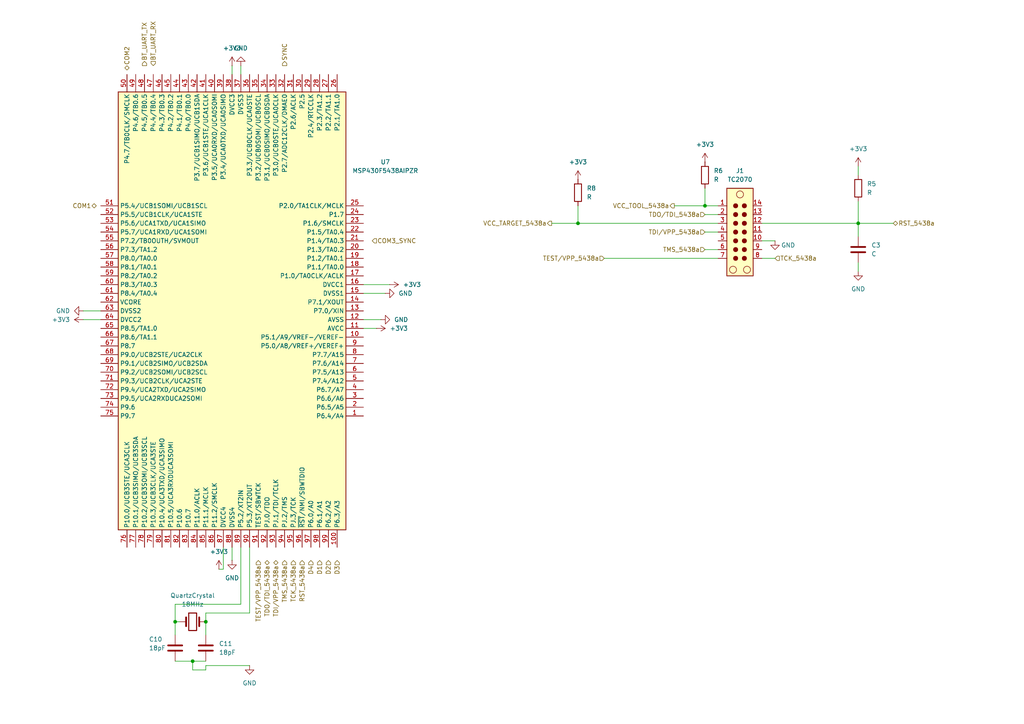
<source format=kicad_sch>
(kicad_sch (version 20250114) (generator "eeschema") (generator_version "9.0")
  (paper "A4")
  (lib_symbols
    (symbol "Connector:TC2070" (in_bom no)
      (property "Reference" "J" (at 1.27 13.97 0))
      (property "Value" "TC2070" (at 1.27 -13.97 0))
      (symbol "TC2070_1_1"
        (rectangle (start -2.54 12.7) (end 5.08 -12.7) (stroke (width 0.254)) (fill (type background)))
        (circle (center -0.762 -10.922) (radius 1.016))
        (circle (center 0 7.62) (radius 0.635) (fill (type outline)))
        (circle (center 0 5.08) (radius 0.635) (fill (type outline)))
        (circle (center 0 2.54) (radius 0.635) (fill (type outline)))
        (circle (center 0 0) (radius 0.635) (fill (type outline)))
        (circle (center 0 -2.54) (radius 0.635) (fill (type outline)))
        (circle (center 0 -5.08) (radius 0.635) (fill (type outline)))
        (circle (center 0 -7.62) (radius 0.635) (fill (type outline)))
        (circle (center 1.27 10.922) (radius 1.016))
        (circle (center 2.54 7.62) (radius 0.635) (fill (type outline)))
        (circle (center 2.54 5.08) (radius 0.635) (fill (type outline)))
        (circle (center 2.54 2.54) (radius 0.635) (fill (type outline)))
        (circle (center 2.54 0) (radius 0.635) (fill (type outline)))
        (circle (center 2.54 -2.54) (radius 0.635) (fill (type outline)))
        (circle (center 2.54 -5.08) (radius 0.635) (fill (type outline)))
        (circle (center 2.54 -7.62) (radius 0.635) (fill (type outline)))
        (circle (center 3.302 -10.922) (radius 1.016))
        (pin passive line (at -5.08 7.62 0) (length 2.54) (name "~") (number "1"))
        (pin passive line (at -5.08 5.08 0) (length 2.54) (name "~") (number "2"))
        (pin passive line (at -5.08 2.54 0) (length 2.54) (name "~") (number "3"))
        (pin passive line (at -5.08 0 0) (length 2.54) (name "~") (number "4"))
        (pin passive line (at -5.08 -2.54 0) (length 2.54) (name "~") (number "5"))
        (pin passive line (at -5.08 -5.08 0) (length 2.54) (name "~") (number "6"))
        (pin passive line (at -5.08 -7.62 0) (length 2.54) (name "~") (number "7"))
        (pin passive line (at 7.62 7.62 180) (length 2.54) (name "~") (number "14"))
        (pin passive line (at 7.62 5.08 180) (length 2.54) (name "~") (number "13"))
        (pin passive line (at 7.62 2.54 180) (length 2.54) (name "~") (number "12"))
        (pin passive line (at 7.62 0 180) (length 2.54) (name "~") (number "11"))
        (pin passive line (at 7.62 -2.54 180) (length 2.54) (name "~") (number "10"))
        (pin passive line (at 7.62 -5.08 180) (length 2.54) (name "~") (number "9"))
        (pin passive line (at 7.62 -7.62 180) (length 2.54) (name "~") (number "8"))
      )
    )
    (symbol "Device:C" (pin_numbers (hide yes)) (pin_names (offset 0.254))
      (property "Reference" "C" (at 0.635 2.54 0))
      (property "Value" "C" (at 0.635 -2.54 0))
      (symbol "C_0_1"
        (polyline (pts (xy -2.032 0.762) (xy 2.032 0.762)) (stroke (width 0.508)))
        (polyline (pts (xy -2.032 -0.762) (xy 2.032 -0.762)) (stroke (width 0.508)))
      )
      (symbol "C_1_1"
        (pin passive line (at 0 3.81 270) (length 2.794) (name "~") (number "1"))
        (pin passive line (at 0 -3.81 90) (length 2.794) (name "~") (number "2"))
      )
    )
    (symbol "Device:Crystal" (pin_numbers (hide yes)) (pin_names (offset 1.016) (hide yes))
      (property "Reference" "Y" (at 0 3.81 0))
      (property "Value" "Crystal" (at 0 -3.81 0))
      (symbol "Crystal_0_1"
        (polyline (pts (xy -2.54 0) (xy -1.905 0)))
        (polyline (pts (xy -1.905 -1.27) (xy -1.905 1.27)) (stroke (width 0.508)))
        (rectangle (start -1.143 2.54) (end 1.143 -2.54) (stroke (width 0.3048)))
        (polyline (pts (xy 1.905 -1.27) (xy 1.905 1.27)) (stroke (width 0.508)))
        (polyline (pts (xy 2.54 0) (xy 1.905 0)))
      )
      (symbol "Crystal_1_1"
        (pin passive line (at -3.81 0 0) (length 1.27) (name "1") (number "1"))
        (pin passive line (at 3.81 0 180) (length 1.27) (name "2") (number "2"))
      )
    )
    (symbol "Device:R" (pin_numbers (hide yes)) (pin_names (offset 0))
      (property "Reference" "R" (at 2.032 0 90))
      (property "Value" "R" (at 0 0 90))
      (symbol "R_0_1"
        (rectangle (start -1.016 -2.54) (end 1.016 2.54) (stroke (width 0.254)))
      )
      (symbol "R_1_1"
        (pin passive line (at 0 3.81 270) (length 1.27) (name "~") (number "1"))
        (pin passive line (at 0 -3.81 90) (length 1.27) (name "~") (number "2"))
      )
    )
    (symbol "M595-595-MSP430F5438AIPZR:MSP430F5438AIPZR"
      (property "Reference" "IC" (at 72.39 38.1 0))
      (property "Value" "MSP430F5438AIPZR" (at 72.39 35.56 0))
      (symbol "MSP430F5438AIPZR_1_1"
        (rectangle (start 5.08 33.02) (end 71.12 -93.98) (stroke (width 0.254)) (fill (type background)))
        (pin passive line (at 0 0 0) (length 5.08) (name "P6.4/A4") (number "1"))
        (pin passive line (at 0 -2.54 0) (length 5.08) (name "P6.5/A5") (number "2"))
        (pin passive line (at 0 -5.08 0) (length 5.08) (name "P6.6/A6") (number "3"))
        (pin passive line (at 0 -7.62 0) (length 5.08) (name "P6.7/A7") (number "4"))
        (pin passive line (at 0 -10.16 0) (length 5.08) (name "P7.4/A12") (number "5"))
        (pin passive line (at 0 -12.7 0) (length 5.08) (name "P7.5/A13") (number "6"))
        (pin passive line (at 0 -15.24 0) (length 5.08) (name "P7.6/A14") (number "7"))
        (pin passive line (at 0 -17.78 0) (length 5.08) (name "P7.7/A15") (number "8"))
        (pin passive line (at 0 -20.32 0) (length 5.08) (name "P5.0/A8/VREF+/VEREF+") (number "9"))
        (pin passive line (at 0 -22.86 0) (length 5.08) (name "P5.1/A9/VREF-/VEREF-") (number "10"))
        (pin passive line (at 0 -25.4 0) (length 5.08) (name "AVCC") (number "11"))
        (pin passive line (at 0 -27.94 0) (length 5.08) (name "AVSS") (number "12"))
        (pin passive line (at 0 -30.48 0) (length 5.08) (name "P7.0/XIN") (number "13"))
        (pin passive line (at 0 -33.02 0) (length 5.08) (name "P7.1/XOUT") (number "14"))
        (pin passive line (at 0 -35.56 0) (length 5.08) (name "DVSS1") (number "15"))
        (pin passive line (at 0 -38.1 0) (length 5.08) (name "DVCC1") (number "16"))
        (pin passive line (at 0 -40.64 0) (length 5.08) (name "P1.0/TA0CLK/ACLK") (number "17"))
        (pin passive line (at 0 -43.18 0) (length 5.08) (name "P1.1/TA0.0") (number "18"))
        (pin passive line (at 0 -45.72 0) (length 5.08) (name "P1.2/TA0.1") (number "19"))
        (pin passive line (at 0 -48.26 0) (length 5.08) (name "P1.3/TA0.2") (number "20"))
        (pin passive line (at 0 -50.8 0) (length 5.08) (name "P1.4/TA0.3") (number "21"))
        (pin passive line (at 0 -53.34 0) (length 5.08) (name "P1.5/TA0.4") (number "22"))
        (pin passive line (at 0 -55.88 0) (length 5.08) (name "P1.6/SMCLK") (number "23"))
        (pin passive line (at 0 -58.42 0) (length 5.08) (name "P1.7") (number "24"))
        (pin passive line (at 0 -60.96 0) (length 5.08) (name "P2.0/TA1CLK/MCLK") (number "25"))
        (pin passive line (at 7.62 38.1 270) (length 5.08) (name "P6.3/A3") (number "100"))
        (pin passive line (at 7.62 -99.06 90) (length 5.08) (name "P2.1/TA1.0") (number "26"))
        (pin passive line (at 10.16 38.1 270) (length 5.08) (name "P6.2/A2") (number "99"))
        (pin passive line (at 10.16 -99.06 90) (length 5.08) (name "P2.2/TA1.1") (number "27"))
        (pin passive line (at 12.7 38.1 270) (length 5.08) (name "P6.1/A1") (number "98"))
        (pin passive line (at 12.7 -99.06 90) (length 5.08) (name "P2.3/TA1.2") (number "28"))
        (pin passive line (at 15.24 38.1 270) (length 5.08) (name "P6.0/A0") (number "97"))
        (pin passive line (at 15.24 -99.06 90) (length 5.08) (name "P2.4/RTCCLK") (number "29"))
        (pin passive line (at 17.78 38.1 270) (length 5.08) (name "~{RST}/NMI/SBWTDIO") (number "96"))
        (pin passive line (at 17.78 -99.06 90) (length 5.08) (name "P2.5") (number "30"))
        (pin passive line (at 20.32 38.1 270) (length 5.08) (name "PJ.3/TCK") (number "95"))
        (pin passive line (at 20.32 -99.06 90) (length 5.08) (name "P2.6/ACLK") (number "31"))
        (pin passive line (at 22.86 38.1 270) (length 5.08) (name "PJ.2/TMS") (number "94"))
        (pin passive line (at 22.86 -99.06 90) (length 5.08) (name "P2.7/ADC12CLK/DMAE0") (number "32"))
        (pin passive line (at 25.4 38.1 270) (length 5.08) (name "PJ.1/TDI/TCLK") (number "93"))
        (pin passive line (at 25.4 -99.06 90) (length 5.08) (name "P3.0/UCB0STE/UCA0CLK") (number "33"))
        (pin passive line (at 27.94 38.1 270) (length 5.08) (name "PJ.0/TDO") (number "92"))
        (pin passive line (at 27.94 -99.06 90) (length 5.08) (name "P3.1/UCB0SIMO/UCB0SDA") (number "34"))
        (pin passive line (at 30.48 38.1 270) (length 5.08) (name "TEST/SBWTCK") (number "91"))
        (pin passive line (at 30.48 -99.06 90) (length 5.08) (name "P3.2/UCB0SOMI/UCB0SCL") (number "35"))
        (pin passive line (at 33.02 38.1 270) (length 5.08) (name "P5.3/XT2OUT") (number "90"))
        (pin passive line (at 33.02 -99.06 90) (length 5.08) (name "P3.3/UCB0CLK/UCA0STE") (number "36"))
        (pin passive line (at 35.56 38.1 270) (length 5.08) (name "P5.2/XT2IN") (number "89"))
        (pin passive line (at 35.56 -99.06 90) (length 5.08) (name "DVSS3") (number "37"))
        (pin passive line (at 38.1 38.1 270) (length 5.08) (name "DVSS4") (number "88"))
        (pin passive line (at 38.1 -99.06 90) (length 5.08) (name "DVCC3") (number "38"))
        (pin passive line (at 40.64 38.1 270) (length 5.08) (name "DVCC4") (number "87"))
        (pin passive line (at 40.64 -99.06 90) (length 5.08) (name "P3.4/UCA0TXD/UCA0SIMO") (number "39"))
        (pin passive line (at 43.18 38.1 270) (length 5.08) (name "P11.2/SMCLK") (number "86"))
        (pin passive line (at 43.18 -99.06 90) (length 5.08) (name "P3.5/UCA0RXD/UCA0SOMI") (number "40"))
        (pin passive line (at 45.72 38.1 270) (length 5.08) (name "P11.1/MCLK") (number "85"))
        (pin passive line (at 45.72 -99.06 90) (length 5.08) (name "P3.6/UCB1STE/UCA1CLK") (number "41"))
        (pin passive line (at 48.26 38.1 270) (length 5.08) (name "P11.0/ACLK") (number "84"))
        (pin passive line (at 48.26 -99.06 90) (length 5.08) (name "P3.7/UCB1SIMO/UCB1SDA") (number "42"))
        (pin passive line (at 50.8 38.1 270) (length 5.08) (name "P10.7") (number "83"))
        (pin passive line (at 50.8 -99.06 90) (length 5.08) (name "P4.0/TB0.0") (number "43"))
        (pin passive line (at 53.34 38.1 270) (length 5.08) (name "P10.6") (number "82"))
        (pin passive line (at 53.34 -99.06 90) (length 5.08) (name "P4.1/TB0.1") (number "44"))
        (pin passive line (at 55.88 38.1 270) (length 5.08) (name "P10.5/UCA3RXDUCA3SOMI") (number "81"))
        (pin passive line (at 55.88 -99.06 90) (length 5.08) (name "P4.2/TB0.2") (number "45"))
        (pin passive line (at 58.42 38.1 270) (length 5.08) (name "P10.4/UCA3TXD/UCA3SIMO") (number "80"))
        (pin passive line (at 58.42 -99.06 90) (length 5.08) (name "P4.3/TB0.3") (number "46"))
        (pin passive line (at 60.96 38.1 270) (length 5.08) (name "P10.3/UCB3CLK/UCA3STE") (number "79"))
        (pin passive line (at 60.96 -99.06 90) (length 5.08) (name "P4.4/TB0.4") (number "47"))
        (pin passive line (at 63.5 38.1 270) (length 5.08) (name "P10.2/UCB3SOMI/UCB3SCL") (number "78"))
        (pin passive line (at 63.5 -99.06 90) (length 5.08) (name "P4.5/TB0.5") (number "48"))
        (pin passive line (at 66.04 38.1 270) (length 5.08) (name "P10.1/UCB3SIMO/UCB3SDA") (number "77"))
        (pin passive line (at 66.04 -99.06 90) (length 5.08) (name "P4.6/TB0.6") (number "49"))
        (pin passive line (at 68.58 38.1 270) (length 5.08) (name "P10.0/UCB3STE/UCA3CLK") (number "76"))
        (pin passive line (at 68.58 -99.06 90) (length 5.08) (name "P4.7/TB0CLK/SMCLK") (number "50"))
        (pin passive line (at 76.2 0 180) (length 5.08) (name "P9.7") (number "75"))
        (pin passive line (at 76.2 -2.54 180) (length 5.08) (name "P9.6") (number "74"))
        (pin passive line (at 76.2 -5.08 180) (length 5.08) (name "P9.5/UCA2RXDUCA2SOMI") (number "73"))
        (pin passive line (at 76.2 -7.62 180) (length 5.08) (name "P9.4/UCA2TXD/UCA2SIMO") (number "72"))
        (pin passive line (at 76.2 -10.16 180) (length 5.08) (name "P9.3/UCB2CLK/UCA2STE") (number "71"))
        (pin passive line (at 76.2 -12.7 180) (length 5.08) (name "P9.2/UCB2SOMI/UCB2SCL") (number "70"))
        (pin passive line (at 76.2 -15.24 180) (length 5.08) (name "P9.1/UCB2SIMO/UCB2SDA") (number "69"))
        (pin passive line (at 76.2 -17.78 180) (length 5.08) (name "P9.0/UCB2STE/UCA2CLK") (number "68"))
        (pin passive line (at 76.2 -20.32 180) (length 5.08) (name "P8.7") (number "67"))
        (pin passive line (at 76.2 -22.86 180) (length 5.08) (name "P8.6/TA1.1") (number "66"))
        (pin passive line (at 76.2 -25.4 180) (length 5.08) (name "P8.5/TA1.0") (number "65"))
        (pin passive line (at 76.2 -27.94 180) (length 5.08) (name "DVCC2") (number "64"))
        (pin passive line (at 76.2 -30.48 180) (length 5.08) (name "DVSS2") (number "63"))
        (pin passive line (at 76.2 -33.02 180) (length 5.08) (name "VCORE") (number "62"))
        (pin passive line (at 76.2 -35.56 180) (length 5.08) (name "P8.4/TA0.4") (number "61"))
        (pin passive line (at 76.2 -38.1 180) (length 5.08) (name "P8.3/TA0.3") (number "60"))
        (pin passive line (at 76.2 -40.64 180) (length 5.08) (name "P8.2/TA0.2") (number "59"))
        (pin passive line (at 76.2 -43.18 180) (length 5.08) (name "P8.1/TA0.1") (number "58"))
        (pin passive line (at 76.2 -45.72 180) (length 5.08) (name "P8.0/TA0.0") (number "57"))
        (pin passive line (at 76.2 -48.26 180) (length 5.08) (name "P7.3/TA1.2") (number "56"))
        (pin passive line (at 76.2 -50.8 180) (length 5.08) (name "P7.2/TB0OUTH/SVMOUT") (number "55"))
        (pin passive line (at 76.2 -53.34 180) (length 5.08) (name "P5.7/UCA1RXD/UCA1SOMI") (number "54"))
        (pin passive line (at 76.2 -55.88 180) (length 5.08) (name "P5.6/UCA1TXD/UCA1SIMO") (number "53"))
        (pin passive line (at 76.2 -58.42 180) (length 5.08) (name "P5.5/UCB1CLK/UCA1STE") (number "52"))
        (pin passive line (at 76.2 -60.96 180) (length 5.08) (name "P5.4/UCB1SOMI/UCB1SCL") (number "51"))
      )
    )
    (symbol "power:+3V3" (power) (pin_numbers (hide yes)) (pin_names (offset 0) (hide yes))
      (property "Value" "+3V3" (at 0 3.556 0))
      (symbol "+3V3_0_1"
        (polyline (pts (xy -0.762 1.27) (xy 0 2.54)))
        (polyline (pts (xy 0 2.54) (xy 0.762 1.27)))
        (polyline (pts (xy 0 0) (xy 0 2.54)))
      )
      (symbol "+3V3_1_1"
        (pin power_in line (at 0 0 90) (length 0) (name "~") (number "1"))
      )
    )
    (symbol "power:GND" (power) (pin_numbers (hide yes)) (pin_names (offset 0) (hide yes))
      (property "Value" "GND" (at 0 -3.81 0))
      (symbol "GND_0_1"
        (polyline (pts (xy 0 0) (xy 0 -1.27) (xy 1.27 -1.27) (xy 0 -2.54) (xy -1.27 -1.27) (xy 0 -1.27)))
      )
      (symbol "GND_1_1"
        (pin power_in line (at 0 0 270) (length 0) (name "~") (number "1"))
      )
    )
  )
  (junction (at 59.69 180.34))
  (junction (at 248.92 64.77))
  (junction (at 167.64 64.77))
  (junction (at 50.8 180.34))
  (junction (at 204.47 59.69))
  (junction (at 55.88 191.77))
  (wire (pts (xy 50.8 180.34) (xy 52.07 180.34)))
  (wire (pts (xy 59.69 193.04) (xy 72.39 193.04)))
  (wire (pts (xy 167.64 59.69) (xy 167.64 64.77)))
  (wire (pts (xy 105.41 85.09) (xy 111.76 85.09)))
  (wire (pts (xy 67.31 19.05) (xy 67.31 21.59)))
  (wire (pts (xy 204.47 54.61) (xy 204.47 59.69)))
  (wire (pts (xy 160.02 64.77) (xy 167.64 64.77)))
  (wire (pts (xy 50.8 191.77) (xy 55.88 191.77)))
  (wire (pts (xy 167.64 64.77) (xy 208.28 64.77)))
  (wire (pts (xy 50.8 175.26) (xy 69.85 175.26)))
  (wire (pts (xy 105.41 92.71) (xy 110.49 92.71)))
  (wire (pts (xy 24.13 90.17) (xy 29.21 90.17)))
  (wire (pts (xy 204.47 62.23) (xy 208.28 62.23)))
  (wire (pts (xy 248.92 48.26) (xy 248.92 50.8)))
  (wire (pts (xy 69.85 175.26) (xy 69.85 158.75)))
  (wire (pts (xy 55.88 191.77) (xy 59.69 191.77)))
  (wire (pts (xy 64.77 158.75) (xy 64.77 165.1)))
  (wire (pts (xy 50.8 175.26) (xy 50.8 180.34)))
  (wire (pts (xy 248.92 76.2) (xy 248.92 78.74)))
  (wire (pts (xy 59.69 180.34) (xy 59.69 184.15)))
  (wire (pts (xy 55.88 191.77) (xy 55.88 194.31)))
  (wire (pts (xy 105.41 95.25) (xy 109.22 95.25)))
  (wire (pts (xy 72.39 177.8) (xy 72.39 158.75)))
  (wire (pts (xy 224.79 74.93) (xy 220.98 74.93)))
  (wire (pts (xy 63.5 165.1) (xy 64.77 165.1)))
  (wire (pts (xy 59.69 194.31) (xy 59.69 193.04)))
  (wire (pts (xy 204.47 67.31) (xy 208.28 67.31)))
  (wire (pts (xy 248.92 64.77) (xy 248.92 68.58)))
  (wire (pts (xy 248.92 58.42) (xy 248.92 64.77)))
  (wire (pts (xy 59.69 177.8) (xy 72.39 177.8)))
  (wire (pts (xy 204.47 59.69) (xy 208.28 59.69)))
  (wire (pts (xy 55.88 194.31) (xy 59.69 194.31)))
  (wire (pts (xy 220.98 64.77) (xy 248.92 64.77)))
  (wire (pts (xy 220.98 69.85) (xy 224.79 69.85)))
  (wire (pts (xy 50.8 180.34) (xy 50.8 184.15)))
  (wire (pts (xy 195.58 59.69) (xy 204.47 59.69)))
  (wire (pts (xy 69.85 19.05) (xy 69.85 21.59)))
  (wire (pts (xy 248.92 64.77) (xy 259.08 64.77)))
  (wire (pts (xy 24.13 92.71) (xy 29.21 92.71)))
  (wire (pts (xy 175.26 74.93) (xy 208.28 74.93)))
  (wire (pts (xy 105.41 82.55) (xy 113.03 82.55)))
  (wire (pts (xy 67.31 158.75) (xy 67.31 162.56)))
  (wire (pts (xy 59.69 177.8) (xy 59.69 180.34)))
  (wire (pts (xy 204.47 72.39) (xy 208.28 72.39)))
  (hierarchical_label "SYNC" (shape output) (at 82.55 19.05 90))
  (hierarchical_label "TDO{slash}TDI_5438a" (shape input) (at 204.47 62.23 180))
  (hierarchical_label "BT_UART_RX" (shape input) (at 44.45 19.05 90))
  (hierarchical_label "TDI{slash}VPP_5438a" (shape input) (at 204.47 67.31 180))
  (hierarchical_label "TDI{slash}VPP_5438a" (shape bidirectional) (at 80.01 162.56 270))
  (hierarchical_label "D2" (shape input) (at 95.25 162.56 270))
  (hierarchical_label "COM1" (shape bidirectional) (at 27.94 59.69 180))
  (hierarchical_label "BT_UART_TX" (shape output) (at 41.91 19.05 90))
  (hierarchical_label "COM2" (shape bidirectional) (at 36.83 20.32 90))
  (hierarchical_label "RST_5438a" (shape input) (at 87.63 162.56 270))
  (hierarchical_label "TMS_5438a" (shape input) (at 204.47 72.39 180))
  (hierarchical_label "TMS_5438a" (shape input) (at 82.55 162.56 270))
  (hierarchical_label "D3" (shape input) (at 97.79 162.56 270))
  (hierarchical_label "D4" (shape input) (at 90.17 162.56 270))
  (hierarchical_label "TEST{slash}VPP_5438a" (shape input) (at 74.93 162.56 270))
  (hierarchical_label "TCK_5438a" (shape input) (at 224.79 74.93 0))
  (hierarchical_label "TDO{slash}TDI_5438a" (shape bidirectional) (at 77.47 162.56 270))
  (hierarchical_label "VCC_TOOL_5438a" (shape output) (at 195.58 59.69 180))
  (hierarchical_label "TEST{slash}VPP_5438a" (shape input) (at 175.26 74.93 180))
  (hierarchical_label "VCC_TARGET_5438a" (shape output) (at 160.02 64.77 180))
  (hierarchical_label "D1" (shape input) (at 92.71 162.56 270))
  (hierarchical_label "RST_5438a" (shape bidirectional) (at 259.08 64.77 0))
  (hierarchical_label "COM3_SYNC" (shape input) (at 107.95 69.85 0))
  (hierarchical_label "TCK_5438a" (shape input) (at 85.09 162.56 270))
  (symbol (lib_id "Device:C") (at 50.8 187.96 0) (unit 1)
    (property "Reference" "C10" (at 43.18 185.42 0) (effects (justify left)))
    (property "Value" "18pF" (at 43.18 187.96 0) (effects (justify left)))
    (property "Description" "Unpolarized capacitor" (effects (hide yes)))
  )
  (symbol (lib_id "Device:Crystal") (at 55.88 180.34 0) (unit 1)
    (property "Reference" "QuartzCrystal" (at 55.88 172.72 0))
    (property "Value" "18MHz" (at 55.88 175.26 0))
    (property "Description" "Two pin crystal" (effects (hide yes)))
  )
  (symbol (lib_id "power:+3V3") (at 167.64 52.07 0) (unit 1)
    (property "Reference" "#PWR036" (effects (hide yes)))
    (property "Value" "+3V3" (at 167.64 46.99 0))
    (property "Description" "Power symbol creates a global label with name \"+3V3\"" (effects (hide yes)))
  )
  (symbol (lib_id "power:+3V3") (at 24.13 92.71 90) (unit 1)
    (property "Reference" "#PWR022" (effects (hide yes)))
    (property "Value" "+3V3" (at 20.32 92.7099 90) (effects (justify left)))
    (property "Description" "Power symbol creates a global label with name \"+3V3\"" (effects (hide yes)))
  )
  (symbol (lib_id "power:GND") (at 110.49 92.71 90) (unit 1)
    (property "Reference" "#PWR031" (effects (hide yes)))
    (property "Value" "GND" (at 114.3 92.7099 90) (effects (justify right)))
    (property "Description" "Power symbol creates a global label with name \"GND\" , ground" (effects (hide yes)))
  )
  (symbol (lib_id "M595-595-MSP430F5438AIPZR:MSP430F5438AIPZR") (at 105.41 120.65 180) (unit 1)
    (property "Reference" "U7" (at 111.76 46.99 0))
    (property "Value" "MSP430F5438AIPZR" (at 111.76 49.53 0))
    (property "Footprint" "QFP50P1600X1600X160-100N" (effects (hide yes)))
    (property "Datasheet" "https://www.ti.com/lit/ds/symlink/msp430f5438a.pdf?ts=1612770245904&ref_url=https%253A%252F%252Fcomponentsearchengine.com%252F" (effects (hide yes)))
    (property "Description" "16-bit Microcontrollers - MCU 16B Ultra-Low-Pwr Microcontroller" (effects (hide yes)))
    (property "Height" "1.6" (effects (hide yes)))
    (property "Mouser Part Number" "595-MSP430F5438AIPZR" (effects (hide yes)))
    (property "Mouser Price/Stock" "https://www.mouser.co.uk/ProductDetail/Texas-Instruments/MSP430F5438AIPZR?qs=DS7Z8uEdLNwkOnbatLKXGw%3D%3D" (effects (hide yes)))
    (property "Manufacturer_Name" "Texas Instruments" (effects (hide yes)))
    (property "Manufacturer_Part_Number" "MSP430F5438AIPZR" (effects (hide yes)))
  )
  (symbol (lib_id "power:GND") (at 69.85 19.05 180) (unit 1)
    (property "Reference" "#PWR028" (effects (hide yes)))
    (property "Value" "GND" (at 69.85 13.97 0))
    (property "Description" "Power symbol creates a global label with name \"GND\" , ground" (effects (hide yes)))
  )
  (symbol (lib_id "power:+3V3") (at 204.47 46.99 0) (unit 1)
    (property "Reference" "#PWR035" (effects (hide yes)))
    (property "Value" "+3V3" (at 204.47 41.91 0))
    (property "Description" "Power symbol creates a global label with name \"+3V3\"" (effects (hide yes)))
  )
  (symbol (lib_id "power:+3V3") (at 109.22 95.25 270) (unit 1)
    (property "Reference" "#PWR025" (effects (hide yes)))
    (property "Value" "+3V3" (at 113.03 95.2499 90) (effects (justify left)))
    (property "Description" "Power symbol creates a global label with name \"+3V3\"" (effects (hide yes)))
  )
  (symbol (lib_id "power:GND") (at 72.39 193.04 0) (unit 1)
    (property "Reference" "#PWR021" (effects (hide yes)))
    (property "Value" "GND" (at 72.39 198.12 0))
    (property "Description" "Power symbol creates a global label with name \"GND\" , ground" (effects (hide yes)))
  )
  (symbol (lib_id "Device:R") (at 204.47 50.8 0) (unit 1)
    (property "Reference" "R6" (at 207.01 49.5299 0) (effects (justify left)))
    (property "Value" "R" (at 207.01 52.0699 0) (effects (justify left)))
    (property "Description" "Resistor" (effects (hide yes)))
  )
  (symbol (lib_id "power:GND") (at 248.92 78.74 0) (unit 1)
    (property "Reference" "#PWR032" (effects (hide yes)))
    (property "Value" "GND" (at 248.92 83.82 0))
    (property "Description" "Power symbol creates a global label with name \"GND\" , ground" (effects (hide yes)))
  )
  (symbol (lib_id "Device:C") (at 248.92 72.39 0) (unit 1)
    (property "Reference" "C3" (at 252.73 71.1199 0) (effects (justify left)))
    (property "Value" "C" (at 252.73 73.6599 0) (effects (justify left)))
    (property "Description" "Unpolarized capacitor" (effects (hide yes)))
  )
  (symbol (lib_id "power:+3V3") (at 63.5 165.1 0) (unit 1)
    (property "Reference" "#PWR026" (effects (hide yes)))
    (property "Value" "+3V3" (at 63.5 160.02 0))
    (property "Description" "Power symbol creates a global label with name \"+3V3\"" (effects (hide yes)))
  )
  (symbol (lib_id "power:+3V3") (at 113.03 82.55 270) (unit 1)
    (property "Reference" "#PWR023" (effects (hide yes)))
    (property "Value" "+3V3" (at 116.84 82.5499 90) (effects (justify left)))
    (property "Description" "Power symbol creates a global label with name \"+3V3\"" (effects (hide yes)))
  )
  (symbol (lib_id "power:GND") (at 24.13 90.17 270) (unit 1)
    (property "Reference" "#PWR030" (effects (hide yes)))
    (property "Value" "GND" (at 20.32 90.1699 90) (effects (justify right)))
    (property "Description" "Power symbol creates a global label with name \"GND\" , ground" (effects (hide yes)))
  )
  (symbol (lib_id "Device:C") (at 59.69 187.96 0) (unit 1)
    (property "Reference" "C11" (at 63.5 186.6899 0) (effects (justify left)))
    (property "Value" "18pF" (at 63.5 189.2299 0) (effects (justify left)))
    (property "Description" "Unpolarized capacitor" (effects (hide yes)))
  )
  (symbol (lib_id "Device:R") (at 248.92 54.61 0) (unit 1)
    (property "Reference" "R5" (at 251.46 53.3399 0) (effects (justify left)))
    (property "Value" "R" (at 251.46 55.8799 0) (effects (justify left)))
    (property "Description" "Resistor" (effects (hide yes)))
  )
  (symbol (lib_id "power:+3V3") (at 248.92 48.26 0) (unit 1)
    (property "Reference" "#PWR033" (effects (hide yes)))
    (property "Value" "+3V3" (at 248.92 43.18 0))
    (property "Description" "Power symbol creates a global label with name \"+3V3\"" (effects (hide yes)))
  )
  (symbol (lib_id "power:+3V3") (at 67.31 19.05 0) (unit 1)
    (property "Reference" "#PWR024" (effects (hide yes)))
    (property "Value" "+3V3" (at 67.31 13.97 0))
    (property "Description" "Power symbol creates a global label with name \"+3V3\"" (effects (hide yes)))
  )
  (symbol (lib_id "Device:R") (at 167.64 55.88 0) (unit 1)
    (property "Reference" "R8" (at 170.18 54.6099 0) (effects (justify left)))
    (property "Value" "R" (at 170.18 57.1499 0) (effects (justify left)))
    (property "Description" "Resistor" (effects (hide yes)))
  )
  (symbol (lib_id "power:GND") (at 67.31 162.56 0) (unit 1)
    (property "Reference" "#PWR027" (effects (hide yes)))
    (property "Value" "GND" (at 67.31 167.64 0))
    (property "Description" "Power symbol creates a global label with name \"GND\" , ground" (effects (hide yes)))
  )
  (symbol (lib_id "power:GND") (at 111.76 85.09 90) (unit 1)
    (property "Reference" "#PWR029" (effects (hide yes)))
    (property "Value" "GND" (at 115.57 85.0899 90) (effects (justify right)))
    (property "Description" "Power symbol creates a global label with name \"GND\" , ground" (effects (hide yes)))
  )
  (symbol (lib_id "Connector:TC2070") (at 213.36 67.31 0) (unit 1) (in_bom no)
    (property "Reference" "J1" (at 214.63 49.53 0))
    (property "Value" "TC2070" (at 214.63 52.07 0))
    (property "Footprint" "Connector:Tag-Connect_TC2070-IDC-FP_2x07_P1.27mm_Vertical" (effects (hide yes)))
    (property "Datasheet" "https://www.tag-connect.com/wp-content/uploads/bsk-pdf-manager/TC2070-IDC-NL_Datasheet_12.pdf" (effects (hide yes)))
    (property "Description" "Tag-Connect’s 14-pins connector" (effects (hide yes)))
  )
  (symbol (lib_id "power:GND") (at 224.79 69.85 0) (unit 1)
    (property "Reference" "#PWR034" (effects (hide yes)))
    (property "Value" "GND" (at 228.6 71.12 0))
    (property "Description" "Power symbol creates a global label with name \"GND\" , ground" (effects (hide yes)))
  )
)
</source>
